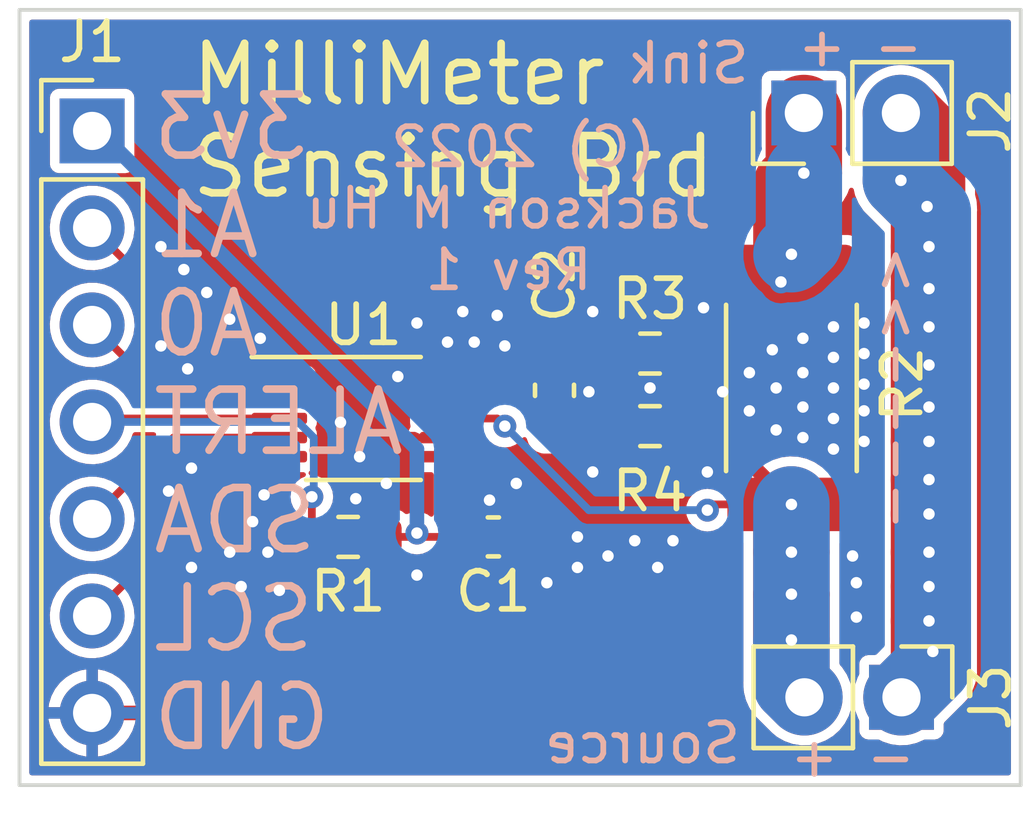
<source format=kicad_pcb>
(kicad_pcb (version 20211014) (generator pcbnew)
  (layers (0 "F.Cu" signal) (31 "B.Cu" signal) (34 "B.Paste" user) (35 "F.Paste" user) (36 "B.SilkS" user "B.Silkscreen") (37 "F.SilkS" user "F.Silkscreen") (38 "B.Mask" user) (39 "F.Mask" user) (44 "Edge.Cuts" user))
  (net 0 "")
  (net 1 "GND")
  (net 2 "+3V3")
  (net 3 "IN+")
  (net 4 "IN-")
  (net 5 "A1")
  (net 6 "A0")
  (net 7 "ALERT")
  (net 8 "SDA")
  (net 9 "SCL")
  (net 10 "VBUS")
  (net 11 "Net-(J2-Pad2)")
  (net 12 "Net-(J2-Pad1)")
  (footprint "Capacitor_SMD:C_0603_1608Metric_Pad1.08x0.95mm_HandSolder" (layer "F.Cu") (at 125.8 78.6 180)
    (fp_text reference "C1" (at 0 -1.43) (layer "F.SilkS"))
    (fp_text value "100nF")
    (fp_line (start -0.146267 0.51) (end 0.146267 0.51) (layer "F.SilkS") (width 0.12))
    (fp_line (start -0.146267 -0.51) (end 0.146267 -0.51) (layer "F.SilkS") (width 0.12))
    (pad "1" smd roundrect (at -0.8625 0 180) (size 1.075 0.95) (layers "F.Cu" "F.Paste" "F.Mask") (net 1 "GND"))
    (pad "2" smd roundrect (at 0.8625 0 180) (size 1.075 0.95) (layers "F.Cu" "F.Paste" "F.Mask") (net 2 "+3V3"))
  )
  (footprint "Resistor_SMD:R_2512_6332Metric_Pad1.40x3.35mm_HandSolder" (layer "F.Cu") (at 133.6 74.7 90)
    (fp_text reference "R2" (at 0.1 2.9 90) (layer "F.SilkS"))
    (fp_text value "0.05R")
    (fp_line (start -2.177064 1.71) (end 2.177064 1.71) (layer "F.SilkS") (width 0.12))
    (fp_line (start -2.177064 -1.71) (end 2.177064 -1.71) (layer "F.SilkS") (width 0.12))
    (pad "1" smd roundrect (at -3.05 0 90) (size 1.4 3.35) (layers "F.Cu" "F.Paste" "F.Mask") (roundrect_rratio 0.178571) (net 10 "VBUS"))
    (pad "2" smd roundrect (at 3.05 0 90) (size 1.4 3.35) (layers "F.Cu" "F.Paste" "F.Mask") (roundrect_rratio 0.178571) (net 12 "Net-(J2-Pad1)"))
  )
  (footprint "Connector_PinHeader_2.54mm:PinHeader_1x02_P2.54mm_Vertical" (layer "F.Cu") (at 133.925 67.5 90)
    (fp_text reference "J2" (at -0.2 4.875 90) (layer "F.SilkS"))
    (fp_text value "OUTPUT")
    (fp_line (start -1.33 -1.33) (end 0 -1.33) (layer "F.SilkS") (width 0.12))
    (fp_line (start -1.33 1.27) (end -1.33 3.87) (layer "F.SilkS") (width 0.12))
    (fp_line (start 1.33 1.27) (end 1.33 3.87) (layer "F.SilkS") (width 0.12))
    (fp_line (start -1.33 3.87) (end 1.33 3.87) (layer "F.SilkS") (width 0.12))
    (fp_line (start -1.33 1.27) (end 1.33 1.27) (layer "F.SilkS") (width 0.12))
    (fp_line (start -1.33 0) (end -1.33 -1.33) (layer "F.SilkS") (width 0.12))
    (pad "1" thru_hole rect (at 0 0 90) (size 1.7 1.7) (drill 1) (layers *.Cu *.Mask) (net 12 "Net-(J2-Pad1)"))
    (pad "2" thru_hole oval (at 0 2.54 90) (size 1.7 1.7) (drill 1) (layers *.Cu *.Mask) (net 11 "Net-(J2-Pad2)"))
  )
  (footprint "Resistor_SMD:R_0603_1608Metric_Pad0.98x0.95mm_HandSolder" (layer "F.Cu") (at 129.9 75.7)
    (fp_text reference "R4" (at 0 1.7) (layer "F.SilkS"))
    (fp_text value "47R")
    (fp_line (start -0.254724 -0.5225) (end 0.254724 -0.5225) (layer "F.SilkS") (width 0.12))
    (fp_line (start -0.254724 0.5225) (end 0.254724 0.5225) (layer "F.SilkS") (width 0.12))
    (pad "1" smd roundrect (at -0.9125 0) (size 0.975 0.95) (layers "F.Cu" "F.Paste" "F.Mask") (net 4 "IN-"))
    (pad "2" smd roundrect (at 0.9125 0) (size 0.975 0.95) (layers "F.Cu" "F.Paste" "F.Mask") (net 10 "VBUS"))
  )
  (footprint "Capacitor_SMD:C_0603_1608Metric_Pad1.08x0.95mm_HandSolder" (layer "F.Cu") (at 127.4 74.7625 -90)
    (fp_text reference "C2" (at -2.7625 0 90) (layer "F.SilkS"))
    (fp_text value "100nF")
    (fp_line (start -0.146267 -0.51) (end 0.146267 -0.51) (layer "F.SilkS") (width 0.12))
    (fp_line (start -0.146267 0.51) (end 0.146267 0.51) (layer "F.SilkS") (width 0.12))
    (pad "1" smd roundrect (at -0.8625 0 270) (size 1.075 0.95) (layers "F.Cu" "F.Paste" "F.Mask") (net 3 "IN+"))
    (pad "2" smd roundrect (at 0.8625 0 270) (size 1.075 0.95) (layers "F.Cu" "F.Paste" "F.Mask") (net 4 "IN-"))
  )
  (footprint "Connector_PinHeader_2.54mm:PinHeader_1x07_P2.54mm_Vertical" (layer "F.Cu") (at 115.3 67.97)
    (fp_text reference "J1" (at 0 -2.33) (layer "F.SilkS"))
    (fp_text value "Comm")
    (fp_line (start -1.33 -1.33) (end 0 -1.33) (layer "F.SilkS") (width 0.12))
    (fp_line (start -1.33 0) (end -1.33 -1.33) (layer "F.SilkS") (width 0.12))
    (fp_line (start 1.33 1.27) (end 1.33 16.57) (layer "F.SilkS") (width 0.12))
    (fp_line (start -1.33 1.27) (end 1.33 1.27) (layer "F.SilkS") (width 0.12))
    (fp_line (start -1.33 1.27) (end -1.33 16.57) (layer "F.SilkS") (width 0.12))
    (fp_line (start -1.33 16.57) (end 1.33 16.57) (layer "F.SilkS") (width 0.12))
    (pad "1" thru_hole rect (at 0 0) (size 1.7 1.7) (drill 1) (layers *.Cu *.Mask) (net 2 "+3V3"))
    (pad "2" thru_hole oval (at 0 2.54) (size 1.7 1.7) (drill 1) (layers *.Cu *.Mask) (net 5 "A1"))
    (pad "3" thru_hole oval (at 0 5.08) (size 1.7 1.7) (drill 1) (layers *.Cu *.Mask) (net 6 "A0"))
    (pad "4" thru_hole oval (at 0 7.62) (size 1.7 1.7) (drill 1) (layers *.Cu *.Mask) (net 7 "ALERT"))
    (pad "5" thru_hole oval (at 0 10.16) (size 1.7 1.7) (drill 1) (layers *.Cu *.Mask) (net 8 "SDA"))
    (pad "6" thru_hole oval (at 0 12.7) (size 1.7 1.7) (drill 1) (layers *.Cu *.Mask) (net 9 "SCL"))
    (pad "7" thru_hole oval (at 0 15.24) (size 1.7 1.7) (drill 1) (layers *.Cu *.Mask) (net 1 "GND"))
  )
  (footprint "Resistor_SMD:R_0603_1608Metric_Pad0.98x0.95mm_HandSolder" (layer "F.Cu") (at 129.9 73.8)
    (fp_text reference "R3" (at 0 -1.43) (layer "F.SilkS"))
    (fp_text value "47R")
    (fp_line (start -0.254724 0.5225) (end 0.254724 0.5225) (layer "F.SilkS") (width 0.12))
    (fp_line (start -0.254724 -0.5225) (end 0.254724 -0.5225) (layer "F.SilkS") (width 0.12))
    (pad "1" smd roundrect (at -0.9125 0) (size 0.975 0.95) (layers "F.Cu" "F.Paste" "F.Mask") (net 3 "IN+"))
    (pad "2" smd roundrect (at 0.9125 0) (size 0.975 0.95) (layers "F.Cu" "F.Paste" "F.Mask") (net 12 "Net-(J2-Pad1)"))
  )
  (footprint "Connector_PinHeader_2.54mm:PinHeader_1x02_P2.54mm_Vertical" (layer "F.Cu") (at 136.48 82.8 -90)
    (fp_text reference "J3" (at 0 -2.33 90) (layer "F.SilkS"))
    (fp_text value "INPUT")
    (fp_line (start 1.33 1.27) (end 1.33 3.87) (layer "F.SilkS") (width 0.12))
    (fp_line (start -1.33 1.27) (end -1.33 3.87) (layer "F.SilkS") (width 0.12))
    (fp_line (start -1.33 1.27) (end 1.33 1.27) (layer "F.SilkS") (width 0.12))
    (fp_line (start -1.33 0) (end -1.33 -1.33) (layer "F.SilkS") (width 0.12))
    (fp_line (start -1.33 3.87) (end 1.33 3.87) (layer "F.SilkS") (width 0.12))
    (fp_line (start -1.33 -1.33) (end 0 -1.33) (layer "F.SilkS") (width 0.12))
    (pad "1" thru_hole rect (at 0 0 270) (size 1.7 1.7) (drill 1) (layers *.Cu *.Mask) (net 11 "Net-(J2-Pad2)"))
    (pad "2" thru_hole oval (at 0 2.54 270) (size 1.7 1.7) (drill 1) (layers *.Cu *.Mask) (net 10 "VBUS"))
  )
  (footprint "Package_SO:VSSOP-10_3x3mm_P0.5mm" (layer "F.Cu") (at 122.4 75.5)
    (fp_text reference "U1" (at 0 -2.45) (layer "F.SilkS"))
    (fp_text value "INA228")
    (fp_line (start 0 -1.61) (end -2.925 -1.61) (layer "F.SilkS") (width 0.12))
    (fp_line (start 0 -1.61) (end 1.5 -1.61) (layer "F.SilkS") (width 0.12))
    (fp_line (start 0 1.61) (end 1.5 1.61) (layer "F.SilkS") (width 0.12))
    (fp_line (start 0 1.61) (end -1.5 1.61) (layer "F.SilkS") (width 0.12))
    (pad "1" smd roundrect (at -2.2 -1) (size 1.45 0.3) (layers "F.Cu" "F.Paste" "F.Mask") (net 5 "A1"))
    (pad "2" smd roundrect (at -2.2 -0.5) (size 1.45 0.3) (layers "F.Cu" "F.Paste" "F.Mask") (net 6 "A0"))
    (pad "3" smd roundrect (at -2.2 0) (size 1.45 0.3) (layers "F.Cu" "F.Paste" "F.Mask") (net 7 "ALERT"))
    (pad "4" smd roundrect (at -2.2 0.5) (size 1.45 0.3) (layers "F.Cu" "F.Paste" "F.Mask") (net 8 "SDA"))
    (pad "5" smd roundrect (at -2.2 1) (size 1.45 0.3) (layers "F.Cu" "F.Paste" "F.Mask") (net 9 "SCL"))
    (pad "6" smd roundrect (at 2.2 1) (size 1.45 0.3) (layers "F.Cu" "F.Paste" "F.Mask") (net 2 "+3V3"))
    (pad "7" smd roundrect (at 2.2 0.5) (size 1.45 0.3) (layers "F.Cu" "F.Paste" "F.Mask") (net 1 "GND"))
    (pad "8" smd roundrect (at 2.2 0) (size 1.45 0.3) (layers "F.Cu" "F.Paste" "F.Mask") (net 10 "VBUS"))
    (pad "9" smd roundrect (at 2.2 -0.5) (size 1.45 0.3) (layers "F.Cu" "F.Paste" "F.Mask") (net 4 "IN-"))
    (pad "10" smd roundrect (at 2.2 -1) (size 1.45 0.3) (layers "F.Cu" "F.Paste" "F.Mask") (net 3 "IN+"))
  )
  (footprint "Resistor_SMD:R_0603_1608Metric_Pad0.98x0.95mm_HandSolder" (layer "F.Cu") (at 122 78.6 180)
    (fp_text reference "R1" (at 0 -1.43) (layer "F.SilkS"))
    (fp_text value "10k")
    (fp_line (start -0.254724 0.5225) (end 0.254724 0.5225) (layer "F.SilkS") (width 0.12))
    (fp_line (start -0.254724 -0.5225) (end 0.254724 -0.5225) (layer "F.SilkS") (width 0.12))
    (pad "1" smd roundrect (at -0.9125 0 180) (size 0.975 0.95) (layers "F.Cu" "F.Paste" "F.Mask") (net 2 "+3V3"))
    (pad "2" smd roundrect (at 0.9125 0 180) (size 0.975 0.95) (layers "F.Cu" "F.Paste" "F.Mask") (net 7 "ALERT"))
  )
  (gr_line (start 113.4 64.8) (end 139.6 64.8) (layer "Edge.Cuts") (width 0.1))
  (gr_line (start 113.4 85.1) (end 113.4 64.8) (layer "Edge.Cuts") (width 0.1))
  (gr_line (start 139.6 85.1) (end 113.4 85.1) (layer "Edge.Cuts") (width 0.1))
  (gr_line (start 139.6 64.8) (end 139.6 85.1) (layer "Edge.Cuts") (width 0.1))
  (gr_text "3v3\nA1\nA0\nALERT\nSDA\nSCL\nGND" (at 116.8 75.6) (layer "B.SilkS") (effects (font (size 1.6 1.5) (thickness 0.2)) (justify right mirror)))
  (gr_text "Sink\n" (at 130.9 66.2) (layer "B.SilkS") (effects (font (size 1 1)) (justify mirror)))
  (gr_text "+ -\n" (at 135.4 65.9 180) (layer "B.SilkS") (effects (font (size 1 1)) (justify mirror)))
  (gr_text "---->>" (at 136.4 74.7 270) (layer "B.SilkS") (effects (font (size 1 1)) (justify mirror)))
  (gr_text "+ -" (at 135.2 84.5 180) (layer "B.SilkS") (effects (font (size 1 1)) (justify mirror)))
  (gr_text "Source" (at 129.7 84) (layer "B.SilkS") (effects (font (size 1 1)) (justify mirror)))
  (gr_text "(C) 2022 \nJackson M Hu\nRev 1" (at 126.2 70) (layer "B.SilkS") (effects (font (size 1 1)) (justify mirror)))
  (gr_text "MilliMeter \nSensing Brd" (at 117.8 67.7) (layer "F.SilkS") (effects (font (size 1.5 1.5) (thickness 0.2)) (justify left)))
  (segment (start 125.357593 76) (end 125.7 76.342407) (width 0.2032) (layer "F.Cu") (net 1))
  (segment (start 124.6 76) (end 125.357593 76) (width 0.2032) (layer "F.Cu") (net 1))
  (segment (start 125.7 77.6375) (end 126.6625 78.6) (width 0.2032) (layer "F.Cu") (net 1))
  (segment (start 122.0525 83.21) (end 115.3 83.21) (width 0.381) (layer "F.Cu") (net 1))
  (segment (start 126.6625 78.6) (end 122.0525 83.21) (width 0.381) (layer "F.Cu") (net 1))
  (segment (start 125.7 76.342407) (end 125.7 77.6375) (width 0.2032) (layer "F.Cu") (net 1))
  (via (at 117.8 74.2) (size 0.6) (drill 0.3) (layers "F.Cu" "B.Cu") (net 1))
  (via (at 119.9 79) (size 0.6) (drill 0.3) (layers "F.Cu" "B.Cu") (net 1))
  (via (at 134.7 74.7) (size 0.6) (drill 0.3) (layers "F.Cu" "B.Cu") (net 1))
  (via (at 134.7 76.3) (size 0.6) (drill 0.3) (layers "F.Cu" "B.Cu") (net 1))
  (via (at 129.9 74.7) (size 0.6) (drill 0.3) (layers "F.Cu" "B.Cu") (net 1))
  (via (at 135.5 74.6) (size 0.6) (drill 0.3) (layers "F.Cu" "B.Cu") (net 1))
  (via (at 123.8 79.6) (size 0.6) (drill 0.3) (layers "F.Cu" "B.Cu") (net 1))
  (via (at 117.1 73.6) (size 0.6) (drill 0.3) (layers "F.Cu" "B.Cu") (net 1))
  (via (at 125.3 73.5) (size 0.6) (drill 0.3) (layers "F.Cu" "B.Cu") (net 1))
  (via (at 119.2 79.9) (size 0.6) (drill 0.3) (layers "F.Cu" "B.Cu") (net 1))
  (via (at 119.8 77.5) (size 0.6) (drill 0.3) (layers "F.Cu" "B.Cu") (net 1))
  (via (at 118.9 72.9) (size 0.6) (drill 0.3) (layers "F.Cu" "B.Cu") (net 1))
  (via (at 134.7 73.9) (size 0.6) (drill 0.3) (layers "F.Cu" "B.Cu") (net 1))
  (via (at 125.7 77.6375) (size 0.6) (drill 0.3) (layers "F.Cu" "B.Cu") (net 1))
  (via (at 117.9 76.8) (size 0.6) (drill 0.3) (layers "F.Cu" "B.Cu") (net 1))
  (via (at 117.1 71) (size 0.6) (drill 0.3) (layers "F.Cu" "B.Cu") (net 1))
  (via (at 128 79.4) (size 0.6) (drill 0.3) (layers "F.Cu" "B.Cu") (net 1))
  (via (at 120.2 80) (size 0.6) (drill 0.3) (layers "F.Cu" "B.Cu") (net 1))
  (via (at 117.9 79.4) (size 0.6) (drill 0.3) (layers "F.Cu" "B.Cu") (net 1))
  (via (at 132.5 75.3) (size 0.6) (drill 0.3) (layers "F.Cu" "B.Cu") (net 1))
  (via (at 133.9 73.4) (size 0.6) (drill 0.3) (layers "F.Cu" "B.Cu") (net 1))
  (via (at 123 77.2) (size 0.6) (drill 0.3) (layers "F.Cu" "B.Cu") (net 1))
  (via (at 134.7 75.5) (size 0.6) (drill 0.3) (layers "F.Cu" "B.Cu") (net 1))
  (via (at 126.1 73.6) (size 0.6) (drill 0.3) (layers "F.Cu" "B.Cu") (net 1))
  (via (at 135.5 76.1) (size 0.6) (drill 0.3) (layers "F.Cu" "B.Cu") (net 1))
  (via (at 118.3 72.2) (size 0.6) (drill 0.3) (layers "F.Cu" "B.Cu") (net 1))
  (via (at 132.5 74.3) (size 0.6) (drill 0.3) (layers "F.Cu" "B.Cu") (net 1))
  (via (at 135.5 73) (size 0.6) (drill 0.3) (layers "F.Cu" "B.Cu") (net 1))
  (via (at 122.2 77.6) (size 0.6) (drill 0.3) (layers "F.Cu" "B.Cu") (net 1))
  (via (at 117.3 77.4) (size 0.6) (drill 0.3) (layers "F.Cu" "B.Cu") (net 1))
  (via (at 129.5 78.7) (size 0.6) (drill 0.3) (layers "F.Cu" "B.Cu") (net 1))
  (via (at 121.8 75.6) (size 0.6) (drill 0.3) (layers "F.Cu" "B.Cu") (net 1))
  (via (at 126.4 77.2) (size 0.6) (drill 0.3) (layers "F.Cu" "B.Cu") (net 1))
  (via (at 127.2 79.8) (size 0.6) (drill 0.3) (layers "F.Cu" "B.Cu") (net 1))
  (via (at 134.7 73.1) (size 0.6) (drill 0.3) (layers "F.Cu" "B.Cu") (net 1))
  (via (at 117.7 71.6) (size 0.6) (drill 0.3) (layers "F.Cu" "B.Cu") (net 1))
  (via (at 135.5 73.8) (size 0.6) (drill 0.3) (layers "F.Cu" "B.Cu") (net 1))
  (via (at 131.4 76.9) (size 0.6) (drill 0.3) (layers "F.Cu" "B.Cu") (net 1))
  (via (at 118.9 79) (size 0.6) (drill 0.3) (layers "F.Cu" "B.Cu") (net 1))
  (via (at 125 72.7) (size 0.6) (drill 0.3) (layers "F.Cu" "B.Cu") (net 1))
  (via (at 128.8 79.1) (size 0.6) (drill 0.3) (layers "F.Cu" "B.Cu") (net 1))
  (via (at 131.3 72.6) (size 0.6) (drill 0.3) (layers "F.Cu" "B.Cu") (net 1))
  (via (at 135.3 80.7) (size 0.6) (drill 0.3) (layers "F.Cu" "B.Cu") (net 1))
  (via (at 133.9 74.3) (size 0.6) (drill 0.3) (layers "F.Cu" "B.Cu") (net 1))
  (via (at 130.5 78.7) (size 0.6) (drill 0.3) (layers "F.Cu" "B.Cu") (net 1))
  (via (at 130.1 79.4) (size 0.6) (drill 0.3) (layers "F.Cu" "B.Cu") (net 1))
  (via (at 123.8 73) (size 0.6) (drill 0.3) (layers "F.Cu" "B.Cu") (net 1))
  (via (at 133.9 76) (size 0.6) (drill 0.3) (layers "F.Cu" "B.Cu") (net 1))
  (via (at 133.2 74.7) (size 0.6) (drill 0.3) (layers "F.Cu" "B.Cu") (net 1))
  (via (at 119.7 73.4) (size 0.6) (drill 0.3) (layers "F.Cu" "B.Cu") (net 1))
  (via (at 135.5 75.3) (size 0.6) (drill 0.3) (layers "F.Cu" "B.Cu") (net 1))
  (via (at 128.4 72.7) (size 0.6) (drill 0.3) (layers "F.Cu" "B.Cu") (net 1))
  (via (at 128 78.6) (size 0.6) (drill 0.3) (layers "F.Cu" "B.Cu") (net 1))
  (via (at 125.9 72.8) (size 0.6) (drill 0.3) (layers "F.Cu" "B.Cu") (net 1))
  (via (at 119.5 78.2) (size 0.6) (drill 0.3) (layers "F.Cu" "B.Cu") (net 1))
  (via (at 122.3 76.5) (size 0.6) (drill 0.3) (layers "F.Cu" "B.Cu") (net 1))
  (via (at 135.3 79.8) (size 0.6) (drill 0.3) (layers "F.Cu" "B.Cu") (net 1))
  (via (at 123.3 74.4) (size 0.6) (drill 0.3) (layers "F.Cu" "B.Cu") (net 1))
  (via (at 128.4 76.9) (size 0.6) (drill 0.3) (layers "F.Cu" "B.Cu") (net 1))
  (via (at 133.1 73.7) (size 0.6) (drill 0.3) (layers "F.Cu" "B.Cu") (net 1))
  (via (at 124.6 73.5) (size 0.6) (drill 0.3) (layers "F.Cu" "B.Cu") (net 1))
  (via (at 135.2 79.1) (size 0.6) (drill 0.3) (layers "F.Cu" "B.Cu") (net 1))
  (via (at 133.2 75.8) (size 0.6) (drill 0.3) (layers "F.Cu" "B.Cu") (net 1))
  (via (at 133.9 75.2) (size 0.6) (drill 0.3) (layers "F.Cu" "B.Cu") (net 1))
  (via (at 131.8 74.8) (size 0.6) (drill 0.3) (layers "F.Cu" "B.Cu") (net 1))
  (via (at 128.3 74.8) (size 0.6) (drill 0.3) (layers "F.Cu" "B.Cu") (net 1))
  (segment (start 124.6 78.2625) (end 124.9375 78.6) (width 0.2032) (layer "F.Cu") (net 2))
  (segment (start 122.9125 78.6) (end 124.9375 78.6) (width 0.2032) (layer "F.Cu") (net 2))
  (segment (start 124.6 76.5) (end 124.6 78.2625) (width 0.2032) (layer "F.Cu") (net 2))
  (via (at 123.8 78.5) (size 0.6) (drill 0.3) (layers "F.Cu" "B.Cu") (net 2))
  (segment (start 115.47 67.97) (end 123.8 76.3) (width 0.381) (layer "B.Cu") (net 2))
  (segment (start 123.8 76.3) (end 123.8 78.5) (width 0.381) (layer "B.Cu") (net 2))
  (segment (start 115.3 67.97) (end 115.47 67.97) (width 0.381) (layer "B.Cu") (net 2))
  (segment (start 127.4 73.9) (end 128.8875 73.9) (width 0.381) (layer "F.Cu") (net 3))
  (segment (start 126.8 74.5) (end 127.4 73.9) (width 0.2032) (layer "F.Cu") (net 3))
  (segment (start 128.8875 73.9) (end 128.9875 73.8) (width 0.381) (layer "F.Cu") (net 3))
  (segment (start 124.6 74.5) (end 126.8 74.5) (width 0.2032) (layer "F.Cu") (net 3))
  (segment (start 127.4 75.625) (end 128.9125 75.625) (width 0.381) (layer "F.Cu") (net 4))
  (segment (start 128.9125 75.625) (end 128.9875 75.7) (width 0.381) (layer "F.Cu") (net 4))
  (segment (start 124.6 75) (end 126.775 75) (width 0.2032) (layer "F.Cu") (net 4))
  (segment (start 126.775 75) (end 127.4 75.625) (width 0.2032) (layer "F.Cu") (net 4))
  (segment (start 115.3 70.51) (end 119.29 74.5) (width 0.2032) (layer "F.Cu") (net 5))
  (segment (start 119.29 74.5) (end 120.2 74.5) (width 0.2032) (layer "F.Cu") (net 5))
  (segment (start 117.25 75) (end 120.2 75) (width 0.2032) (layer "F.Cu") (net 6))
  (segment (start 115.3 73.05) (end 117.25 75) (width 0.2032) (layer "F.Cu") (net 6))
  (segment (start 121.05 78.5625) (end 121.0875 78.6) (width 0.2032) (layer "F.Cu") (net 7))
  (segment (start 121.05 77.55) (end 121.05 78.5625) (width 0.2032) (layer "F.Cu") (net 7))
  (segment (start 115.39 75.5) (end 120.2 75.5) (width 0.2032) (layer "F.Cu") (net 7))
  (segment (start 115.3 75.59) (end 115.39 75.5) (width 0.2032) (layer "F.Cu") (net 7))
  (via (at 121.05 77.55) (size 0.6) (drill 0.3) (layers "F.Cu" "B.Cu") (net 7))
  (segment (start 115.3 75.59) (end 120.69 75.59) (width 0.2032) (layer "B.Cu") (net 7))
  (segment (start 121.1 76) (end 121.1 77.5) (width 0.2032) (layer "B.Cu") (net 7))
  (segment (start 120.69 75.59) (end 121.1 76) (width 0.2032) (layer "B.Cu") (net 7))
  (segment (start 117.43 76) (end 115.3 78.13) (width 0.2032) (layer "F.Cu") (net 8))
  (segment (start 120.2 76) (end 117.43 76) (width 0.2032) (layer "F.Cu") (net 8))
  (segment (start 115.3 80.67) (end 119.47 76.5) (width 0.2032) (layer "F.Cu") (net 9))
  (segment (start 119.47 76.5) (end 120.2 76.5) (width 0.2032) (layer "F.Cu") (net 9))
  (segment (start 133.6 77.75) (end 131.55 77.75) (width 0.2032) (layer "F.Cu") (net 10))
  (segment (start 124.6 75.5) (end 125.9 75.5) (width 0.2032) (layer "F.Cu") (net 10))
  (segment (start 131.55 77.75) (end 131.4 77.9) (width 0.2032) (layer "F.Cu") (net 10))
  (segment (start 133.6 80.1) (end 133.6 82.46) (width 2) (layer "F.Cu") (net 10))
  (segment (start 133.6 77.75) (end 133.6 79) (width 2) (layer "F.Cu") (net 10))
  (segment (start 133.6 82.46) (end 133.94 82.8) (width 2) (layer "F.Cu") (net 10))
  (segment (start 131.55 75.7) (end 133.6 77.75) (width 0.381) (layer "F.Cu") (net 10))
  (segment (start 133.5 77.65) (end 133.4 77.75) (width 0.508) (layer "F.Cu") (net 10))
  (segment (start 133.6 79) (end 133.6 80.1) (width 2) (layer "F.Cu") (net 10))
  (segment (start 133.6 80.1) (end 133.6 81.3) (width 2) (layer "F.Cu") (net 10))
  (segment (start 130.8125 75.7) (end 131.55 75.7) (width 0.381) (layer "F.Cu") (net 10))
  (segment (start 125.9 75.5) (end 126.1 75.7) (width 0.2032) (layer "F.Cu") (net 10))
  (via (at 133.6 79) (size 0.6) (drill 0.3) (layers "F.Cu" "B.Cu") (net 10))
  (via (at 133.6 80.1) (size 0.6) (drill 0.3) (layers "F.Cu" "B.Cu") (net 10))
  (via (at 133.6 77.75) (size 0.6) (drill 0.3) (layers "F.Cu" "B.Cu") (net 10))
  (via (at 133.6 81.3) (size 0.6) (drill 0.3) (layers "F.Cu" "B.Cu") (net 10))
  (via (at 131.4 77.9) (size 0.6) (drill 0.3) (layers "F.Cu" "B.Cu") (net 10))
  (via (at 126.1 75.7) (size 0.6) (drill 0.3) (layers "F.Cu" "B.Cu") (net 10))
  (segment (start 128.3 77.9) (end 131.4 77.9) (width 0.2032) (layer "B.Cu") (net 10))
  (segment (start 133.6 81.3) (end 133.6 82.46) (width 2) (layer "B.Cu") (net 10))
  (segment (start 133.6 82.46) (end 133.94 82.8) (width 2) (layer "B.Cu") (net 10))
  (segment (start 133.6 77.75) (end 133.6 81.3) (width 2) (layer "B.Cu") (net 10))
  (segment (start 126.1 75.7) (end 128.3 77.9) (width 0.2032) (layer "B.Cu") (net 10))
  (segment (start 137.15 69.95) (end 137.15 68.185) (width 2) (layer "F.Cu") (net 11))
  (segment (start 137.2 70) (end 137.2 71) (width 2) (layer "F.Cu") (net 11))
  (segment (start 137.2 79.9) (end 137.2 80.8) (width 2) (layer "F.Cu") (net 11))
  (segment (start 137.2 77.1) (end 137.2 78) (width 2) (layer "F.Cu") (net 11))
  (segment (start 137.2 73.1) (end 137.2 74.1) (width 2) (layer "F.Cu") (net 11))
  (segment (start 137.2 72.1) (end 137.2 73.1) (width 2) (layer "F.Cu") (net 11))
  (segment (start 136.465 69.265) (end 137.15 69.95) (width 2) (layer "F.Cu") (net 11))
  (segment (start 137.2 74.1) (end 137.2 75.2) (width 2) (layer "F.Cu") (net 11))
  (segment (start 137.2 75.2) (end 137.2 76.1) (width 2) (layer "F.Cu") (net 11))
  (segment (start 137.2 79) (end 137.2 79.9) (width 2) (layer "F.Cu") (net 11))
  (segment (start 137.15 69.95) (end 137.2 70) (width 2) (layer "F.Cu") (net 11))
  (segment (start 137.2 76.1) (end 137.2 77.1) (width 2) (layer "F.Cu") (net 11))
  (segment (start 137.2 78) (end 137.2 79) (width 2) (layer "F.Cu") (net 11))
  (segment (start 137.15 68.185) (end 136.465 67.5) (width 2) (layer "F.Cu") (net 11))
  (segment (start 137.2 80.8) (end 137.2 82.08) (width 2) (layer "F.Cu") (net 11))
  (segment (start 137.2 82.08) (end 136.48 82.8) (width 2) (layer "F.Cu") (net 11))
  (segment (start 137.2 71) (end 137.2 72.1) (width 2) (layer "F.Cu") (net 11))
  (via (at 137.2 79.9) (size 0.6) (drill 0.3) (layers "F.Cu" "B.Cu") (net 11))
  (via (at 137.2 73.1) (size 0.6) (drill 0.3) (layers "F.Cu" "B.Cu") (net 11))
  (via (at 137.2 75.2) (size 0.6) (drill 0.3) (layers "F.Cu" "B.Cu") (net 11))
  (via (at 137.2 74.1) (size 0.6) (drill 0.3) (layers "F.Cu" "B.Cu") (net 11))
  (via (at 137.2 71) (size 0.6) (drill 0.3) (layers "F.Cu" "B.Cu") (net 11))
  (via (at 137.2 77.1) (size 0.6) (drill 0.3) (layers "F.Cu" "B.Cu") (net 11))
  (via (at 137.15 69.95) (size 0.6) (drill 0.3) (layers "F.Cu" "B.Cu") (net 11))
  (via (at 137.2 78) (size 0.6) (drill 0.3) (layers "F.Cu" "B.Cu") (net 11))
  (via (at 137.2 80.8) (size 0.6) (drill 0.3) (layers "F.Cu" "B.Cu") (net 11))
  (via (at 137.2 79) (size 0.6) (drill 0.3) (layers "F.Cu" "B.Cu") (net 11))
  (via (at 137.2 72.1) (size 0.6) (drill 0.3) (layers "F.Cu" "B.Cu") (net 11))
  (via (at 137.3 81.6) (size 0.6) (drill 0.3) (layers "F.Cu" "B.Cu") (net 11))
  (via (at 136.465 69.265) (size 0.6) (drill 0.3) (layers "F.Cu" "B.Cu") (net 11))
  (via (at 137.2 76.1) (size 0.6) (drill 0.3) (layers "F.Cu" "B.Cu") (net 11))
  (segment (start 137.3 70.1) (end 137.3 81.6) (width 2) (layer "B.Cu") (net 11))
  (segment (start 136.465 69.265) (end 137.3 70.1) (width 2) (layer "B.Cu") (net 11))
  (segment (start 137.3 81.6) (end 137.3 81.98) (width 2) (layer "B.Cu") (net 11))
  (segment (start 136.465 67.5) (end 136.465 69.265) (width 2) (layer "B.Cu") (net 11))
  (segment (start 137.3 81.98) (end 136.48 82.8) (width 2) (layer "B.Cu") (net 11))
  (segment (start 130.8125 73.8) (end 131.45 73.8) (width 0.381) (layer "F.Cu") (net 12))
  (segment (start 133.6 69.4) (end 133.925 69.075) (width 2) (layer "F.Cu") (net 12))
  (segment (start 131.45 73.8) (end 133.325 71.925) (width 0.381) (layer "F.Cu") (net 12))
  (segment (start 133.6 71.65) (end 133.6 69.4) (width 2) (layer "F.Cu") (net 12))
  (segment (start 133.925 67.5) (end 133.925 69.075) (width 2) (layer "F.Cu") (net 12))
  (segment (start 133.325 71.925) (end 133.6 71.65) (width 0.381) (layer "F.Cu") (net 12))
  (via (at 133.925 69.075) (size 0.6) (drill 0.3) (layers "F.Cu" "B.Cu") (net 12))
  (via (at 133.6 71.2) (size 0.6) (drill 0.3) (layers "F.Cu" "B.Cu") (net 12))
  (via (at 133.325 71.925) (size 0.6) (drill 0.3) (layers "F.Cu" "B.Cu") (net 12))
  (segment (start 133.925 70.875) (end 133.6 71.2) (width 2) (layer "B.Cu") (net 12))
  (segment (start 133.925 69.075) (end 133.925 70.875) (width 2) (layer "B.Cu") (net 12))
  (zone (net 1) (net_name "GND") (layers F&B.Cu) (connect_pads (clearance 0.255)) (min_thickness 0.13) (fill yes (thermal_gap 0.3) (thermal_bridge_width 0.3))
    (polygon (pts (xy 139.6 85.1) (xy 113.4 85.1) (xy 113.4 64.8) (xy 139.7 64.8)))
  )
)
</source>
